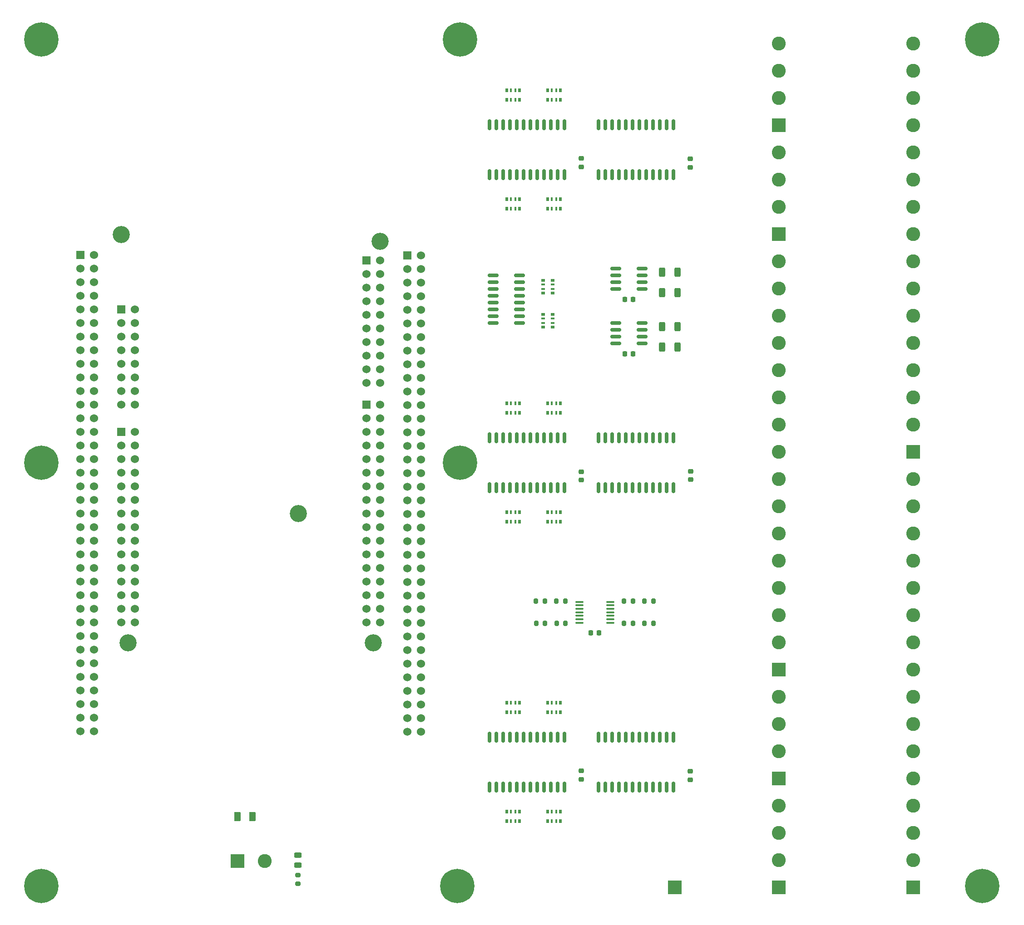
<source format=gbr>
%TF.GenerationSoftware,KiCad,Pcbnew,(5.99.0-10483-ga6ad7a4a70)*%
%TF.CreationDate,2021-07-29T00:24:03+03:00*%
%TF.ProjectId,digital_inputs,64696769-7461-46c5-9f69-6e707574732e,rev?*%
%TF.SameCoordinates,Original*%
%TF.FileFunction,Soldermask,Top*%
%TF.FilePolarity,Negative*%
%FSLAX46Y46*%
G04 Gerber Fmt 4.6, Leading zero omitted, Abs format (unit mm)*
G04 Created by KiCad (PCBNEW (5.99.0-10483-ga6ad7a4a70)) date 2021-07-29 00:24:03*
%MOMM*%
%LPD*%
G01*
G04 APERTURE LIST*
G04 Aperture macros list*
%AMRoundRect*
0 Rectangle with rounded corners*
0 $1 Rounding radius*
0 $2 $3 $4 $5 $6 $7 $8 $9 X,Y pos of 4 corners*
0 Add a 4 corners polygon primitive as box body*
4,1,4,$2,$3,$4,$5,$6,$7,$8,$9,$2,$3,0*
0 Add four circle primitives for the rounded corners*
1,1,$1+$1,$2,$3*
1,1,$1+$1,$4,$5*
1,1,$1+$1,$6,$7*
1,1,$1+$1,$8,$9*
0 Add four rect primitives between the rounded corners*
20,1,$1+$1,$2,$3,$4,$5,0*
20,1,$1+$1,$4,$5,$6,$7,0*
20,1,$1+$1,$6,$7,$8,$9,0*
20,1,$1+$1,$8,$9,$2,$3,0*%
G04 Aperture macros list end*
%ADD10R,2.550000X2.550000*%
%ADD11C,0.800000*%
%ADD12C,6.400000*%
%ADD13R,2.600000X2.600000*%
%ADD14C,2.600000*%
%ADD15RoundRect,0.243750X0.456250X-0.243750X0.456250X0.243750X-0.456250X0.243750X-0.456250X-0.243750X0*%
%ADD16RoundRect,0.250000X0.312500X0.625000X-0.312500X0.625000X-0.312500X-0.625000X0.312500X-0.625000X0*%
%ADD17R,0.500000X0.800000*%
%ADD18R,0.400000X0.800000*%
%ADD19RoundRect,0.200000X-0.200000X-0.275000X0.200000X-0.275000X0.200000X0.275000X-0.200000X0.275000X0*%
%ADD20RoundRect,0.225000X0.225000X0.250000X-0.225000X0.250000X-0.225000X-0.250000X0.225000X-0.250000X0*%
%ADD21RoundRect,0.100000X-0.637500X-0.100000X0.637500X-0.100000X0.637500X0.100000X-0.637500X0.100000X0*%
%ADD22RoundRect,0.250000X0.375000X0.625000X-0.375000X0.625000X-0.375000X-0.625000X0.375000X-0.625000X0*%
%ADD23RoundRect,0.200000X0.200000X0.275000X-0.200000X0.275000X-0.200000X-0.275000X0.200000X-0.275000X0*%
%ADD24RoundRect,0.225000X-0.250000X0.225000X-0.250000X-0.225000X0.250000X-0.225000X0.250000X0.225000X0*%
%ADD25RoundRect,0.150000X-0.150000X0.875000X-0.150000X-0.875000X0.150000X-0.875000X0.150000X0.875000X0*%
%ADD26RoundRect,0.200000X0.275000X-0.200000X0.275000X0.200000X-0.275000X0.200000X-0.275000X-0.200000X0*%
%ADD27R,0.800000X0.500000*%
%ADD28R,0.800000X0.400000*%
%ADD29R,1.530000X1.530000*%
%ADD30C,1.530000*%
%ADD31C,3.200000*%
%ADD32RoundRect,0.150000X-0.825000X-0.150000X0.825000X-0.150000X0.825000X0.150000X-0.825000X0.150000X0*%
G04 APERTURE END LIST*
D10*
%TO.C,J4*%
X248580000Y-208780000D03*
%TD*%
D11*
%TO.C,J12*%
X208000000Y-206100000D03*
X206302944Y-206802944D03*
X205600000Y-208500000D03*
X206302944Y-210197056D03*
D12*
X208000000Y-208500000D03*
D11*
X209697056Y-210197056D03*
X209697056Y-206802944D03*
X210400000Y-208500000D03*
X208000000Y-210900000D03*
%TD*%
D13*
%TO.C,J6*%
X267925000Y-188459999D03*
D14*
X267925000Y-183379999D03*
X267925000Y-178299999D03*
X267925000Y-173219999D03*
%TD*%
D15*
%TO.C,D1*%
X178300000Y-204637500D03*
X178300000Y-202762500D03*
%TD*%
D13*
%TO.C,J5*%
X167005000Y-203835000D03*
D14*
X172085000Y-203835000D03*
%TD*%
D16*
%TO.C,R1*%
X249112500Y-93940000D03*
X246187500Y-93940000D03*
%TD*%
D17*
%TO.C,RN12*%
X217240000Y-196440000D03*
D18*
X218040000Y-196440000D03*
X218840000Y-196440000D03*
D17*
X219640000Y-196440000D03*
X219640000Y-194640000D03*
D18*
X218840000Y-194640000D03*
X218040000Y-194640000D03*
D17*
X217240000Y-194640000D03*
%TD*%
D19*
%TO.C,R7*%
X222740000Y-159500000D03*
X224390000Y-159500000D03*
%TD*%
D20*
%TO.C,C8*%
X240805000Y-99020000D03*
X239255000Y-99020000D03*
%TD*%
D17*
%TO.C,RN9*%
X219640000Y-174320000D03*
D18*
X218840000Y-174320000D03*
X218040000Y-174320000D03*
D17*
X217240000Y-174320000D03*
X217240000Y-176120000D03*
D18*
X218040000Y-176120000D03*
X218840000Y-176120000D03*
D17*
X219640000Y-176120000D03*
%TD*%
D16*
%TO.C,R12*%
X249112500Y-107910000D03*
X246187500Y-107910000D03*
%TD*%
D21*
%TO.C,U1*%
X230817500Y-155490000D03*
X230817500Y-156140000D03*
X230817500Y-156790000D03*
X230817500Y-157440000D03*
X230817500Y-158090000D03*
X230817500Y-158740000D03*
X230817500Y-159390000D03*
X236542500Y-159390000D03*
X236542500Y-158740000D03*
X236542500Y-158090000D03*
X236542500Y-157440000D03*
X236542500Y-156790000D03*
X236542500Y-156140000D03*
X236542500Y-155490000D03*
%TD*%
D22*
%TO.C,F1*%
X169800000Y-195580000D03*
X167000000Y-195580000D03*
%TD*%
D23*
%TO.C,R11*%
X244560000Y-155400000D03*
X242910000Y-155400000D03*
%TD*%
D11*
%TO.C,J10*%
X206100000Y-129500000D03*
X210900000Y-129500000D03*
X210197056Y-131197056D03*
X208500000Y-131900000D03*
X206802944Y-131197056D03*
D12*
X208500000Y-129500000D03*
D11*
X206802944Y-127802944D03*
X210197056Y-127802944D03*
X208500000Y-127100000D03*
%TD*%
D13*
%TO.C,J7*%
X267925000Y-86860000D03*
D14*
X267925000Y-81780000D03*
X267925000Y-76700000D03*
X267925000Y-71620000D03*
%TD*%
D20*
%TO.C,C9*%
X240805000Y-109180000D03*
X239255000Y-109180000D03*
%TD*%
D13*
%TO.C,J8*%
X267925000Y-66540000D03*
D14*
X267925000Y-61460000D03*
X267925000Y-56380000D03*
X267925000Y-51300000D03*
%TD*%
D24*
%TO.C,C2*%
X251460000Y-72845000D03*
X251460000Y-74395000D03*
%TD*%
D13*
%TO.C,J3*%
X293020000Y-208780000D03*
D14*
X293020000Y-203700000D03*
X293020000Y-198620000D03*
X293020000Y-193540000D03*
X293020000Y-188460000D03*
X293020000Y-183380000D03*
X293020000Y-178300000D03*
X293020000Y-173220000D03*
X293020000Y-168140000D03*
X293020000Y-163060000D03*
X293020000Y-157980000D03*
X293020000Y-152900000D03*
X293020000Y-147820000D03*
X293020000Y-142740000D03*
X293020000Y-137660000D03*
X293020000Y-132580000D03*
%TD*%
D19*
%TO.C,R5*%
X222695000Y-155400000D03*
X224345000Y-155400000D03*
%TD*%
D11*
%TO.C,J16*%
X305914214Y-206100000D03*
D12*
X305914214Y-208500000D03*
D11*
X308314214Y-208500000D03*
X304217158Y-210197056D03*
X307611270Y-206802944D03*
X305914214Y-210900000D03*
X303514214Y-208500000D03*
X304217158Y-206802944D03*
X307611270Y-210197056D03*
%TD*%
D25*
%TO.C,U2*%
X248285000Y-66430000D03*
X247015000Y-66430000D03*
X245745000Y-66430000D03*
X244475000Y-66430000D03*
X243205000Y-66430000D03*
X241935000Y-66430000D03*
X240665000Y-66430000D03*
X239395000Y-66430000D03*
X238125000Y-66430000D03*
X236855000Y-66430000D03*
X235585000Y-66430000D03*
X234315000Y-66430000D03*
X234315000Y-75730000D03*
X235585000Y-75730000D03*
X236855000Y-75730000D03*
X238125000Y-75730000D03*
X239395000Y-75730000D03*
X240665000Y-75730000D03*
X241935000Y-75730000D03*
X243205000Y-75730000D03*
X244475000Y-75730000D03*
X245745000Y-75730000D03*
X247015000Y-75730000D03*
X248285000Y-75730000D03*
%TD*%
D17*
%TO.C,RN3*%
X227260000Y-80340000D03*
D18*
X226460000Y-80340000D03*
X225660000Y-80340000D03*
D17*
X224860000Y-80340000D03*
X224860000Y-82140000D03*
D18*
X225660000Y-82140000D03*
X226460000Y-82140000D03*
D17*
X227260000Y-82140000D03*
%TD*%
D25*
%TO.C,U4*%
X248285000Y-180730000D03*
X247015000Y-180730000D03*
X245745000Y-180730000D03*
X244475000Y-180730000D03*
X243205000Y-180730000D03*
X241935000Y-180730000D03*
X240665000Y-180730000D03*
X239395000Y-180730000D03*
X238125000Y-180730000D03*
X236855000Y-180730000D03*
X235585000Y-180730000D03*
X234315000Y-180730000D03*
X234315000Y-190030000D03*
X235585000Y-190030000D03*
X236855000Y-190030000D03*
X238125000Y-190030000D03*
X239395000Y-190030000D03*
X240665000Y-190030000D03*
X241935000Y-190030000D03*
X243205000Y-190030000D03*
X244475000Y-190030000D03*
X245745000Y-190030000D03*
X247015000Y-190030000D03*
X248285000Y-190030000D03*
%TD*%
D17*
%TO.C,RN10*%
X227260000Y-174320000D03*
D18*
X226460000Y-174320000D03*
X225660000Y-174320000D03*
D17*
X224860000Y-174320000D03*
X224860000Y-176120000D03*
D18*
X225660000Y-176120000D03*
X226460000Y-176120000D03*
D17*
X227260000Y-176120000D03*
%TD*%
D24*
%TO.C,C7*%
X231140000Y-187050000D03*
X231140000Y-188600000D03*
%TD*%
D11*
%TO.C,J11*%
X304217158Y-52197056D03*
X305914214Y-48100000D03*
X308314214Y-50500000D03*
D12*
X305914214Y-50500000D03*
D11*
X304217158Y-48802944D03*
X305914214Y-52900000D03*
X307611270Y-48802944D03*
X307611270Y-52197056D03*
X303514214Y-50500000D03*
%TD*%
D26*
%TO.C,R13*%
X178300000Y-208125000D03*
X178300000Y-206475000D03*
%TD*%
D27*
%TO.C,RN13*%
X225810000Y-97890000D03*
D28*
X225810000Y-97090000D03*
X225810000Y-96290000D03*
D27*
X225810000Y-95490000D03*
X224010000Y-95490000D03*
D28*
X224010000Y-96290000D03*
X224010000Y-97090000D03*
D27*
X224010000Y-97890000D03*
%TD*%
D29*
%TO.C,U11*%
X191090000Y-91816000D03*
D30*
X193630000Y-91816000D03*
X191090000Y-94356000D03*
X193630000Y-94356000D03*
X191090000Y-96896000D03*
X193630000Y-96896000D03*
X191090000Y-99436000D03*
X193630000Y-99436000D03*
X191090000Y-101976000D03*
X193630000Y-101976000D03*
X191090000Y-104516000D03*
X193630000Y-104516000D03*
X191090000Y-107056000D03*
X193630000Y-107056000D03*
X191090000Y-109596000D03*
X193630000Y-109596000D03*
X191090000Y-112136000D03*
X193630000Y-112136000D03*
X191090000Y-114676000D03*
X193630000Y-114676000D03*
D29*
X145370000Y-100960000D03*
D30*
X147910000Y-100960000D03*
X145370000Y-103500000D03*
X147910000Y-103500000D03*
X145370000Y-106040000D03*
X147910000Y-106040000D03*
X145370000Y-108580000D03*
X147910000Y-108580000D03*
X145370000Y-111120000D03*
X147910000Y-111120000D03*
X145370000Y-113660000D03*
X147910000Y-113660000D03*
X145370000Y-116200000D03*
X147910000Y-116200000D03*
X145370000Y-118740000D03*
X147910000Y-118740000D03*
D29*
X145370000Y-123820000D03*
D30*
X147910000Y-123820000D03*
X145370000Y-126360000D03*
X147910000Y-126360000D03*
X145370000Y-128900000D03*
X147910000Y-128900000D03*
X145370000Y-131440000D03*
X147910000Y-131440000D03*
X145370000Y-133980000D03*
X147910000Y-133980000D03*
X145370000Y-136520000D03*
X147910000Y-136520000D03*
X145370000Y-139060000D03*
X147910000Y-139060000D03*
X145370000Y-141600000D03*
X147910000Y-141600000D03*
X145370000Y-144140000D03*
X147910000Y-144140000D03*
X145370000Y-146680000D03*
X147910000Y-146680000D03*
X145370000Y-149220000D03*
X147910000Y-149220000D03*
X145370000Y-151760000D03*
X147910000Y-151760000D03*
X145370000Y-154300000D03*
X147910000Y-154300000D03*
X145370000Y-156840000D03*
X147910000Y-156840000D03*
X145370000Y-159380000D03*
X147910000Y-159380000D03*
D29*
X191090000Y-118740000D03*
D30*
X193630000Y-118740000D03*
X191090000Y-121280000D03*
X193630000Y-121280000D03*
X191090000Y-123820000D03*
X193630000Y-123820000D03*
X191090000Y-126360000D03*
X193630000Y-126360000D03*
X191090000Y-128900000D03*
X193630000Y-128900000D03*
X191090000Y-131440000D03*
X193630000Y-131440000D03*
X191090000Y-133980000D03*
X193630000Y-133980000D03*
X191090000Y-136520000D03*
X193630000Y-136520000D03*
X191090000Y-139060000D03*
X193630000Y-139060000D03*
X191090000Y-141600000D03*
X193630000Y-141600000D03*
X191090000Y-144140000D03*
X193630000Y-144140000D03*
X191090000Y-146680000D03*
X193630000Y-146680000D03*
X191090000Y-149220000D03*
X193630000Y-149220000D03*
X191090000Y-151760000D03*
X193630000Y-151760000D03*
X191090000Y-154300000D03*
X193630000Y-154300000D03*
X191090000Y-156840000D03*
X193630000Y-156840000D03*
X191090000Y-159380000D03*
X193630000Y-159380000D03*
D29*
X137750000Y-90800000D03*
D30*
X140290000Y-90800000D03*
X137750000Y-93340000D03*
X140290000Y-93340000D03*
X137750000Y-95880000D03*
X140290000Y-95880000D03*
X137750000Y-98420000D03*
X140290000Y-98420000D03*
X137750000Y-100960000D03*
X140290000Y-100960000D03*
X137750000Y-103500000D03*
X140290000Y-103500000D03*
X137750000Y-106040000D03*
X140290000Y-106040000D03*
X137750000Y-108580000D03*
X140290000Y-108580000D03*
X137750000Y-111120000D03*
X140290000Y-111120000D03*
X137750000Y-113660000D03*
X140290000Y-113660000D03*
X137750000Y-116200000D03*
X140290000Y-116200000D03*
X137750000Y-118740000D03*
X140290000Y-118740000D03*
X137750000Y-121280000D03*
X140290000Y-121280000D03*
X137750000Y-123820000D03*
X140290000Y-123820000D03*
X137750000Y-126360000D03*
X140290000Y-126360000D03*
X137750000Y-128900000D03*
X140290000Y-128900000D03*
X137750000Y-131440000D03*
X140290000Y-131440000D03*
X137750000Y-133980000D03*
X140290000Y-133980000D03*
X137750000Y-136520000D03*
X140290000Y-136520000D03*
X137750000Y-139060000D03*
X140290000Y-139060000D03*
X137750000Y-141600000D03*
X140290000Y-141600000D03*
X137750000Y-144140000D03*
X140290000Y-144140000D03*
X137750000Y-146680000D03*
X140290000Y-146680000D03*
X137750000Y-149220000D03*
X140290000Y-149220000D03*
X137750000Y-151760000D03*
X140290000Y-151760000D03*
X137750000Y-154300000D03*
X140290000Y-154300000D03*
X137750000Y-156840000D03*
X140290000Y-156840000D03*
X137750000Y-159380000D03*
X140290000Y-159380000D03*
X137750000Y-161920000D03*
X140290000Y-161920000D03*
X137750000Y-164460000D03*
X140290000Y-164460000D03*
X137750000Y-167000000D03*
X140290000Y-167000000D03*
X137750000Y-169540000D03*
X140290000Y-169540000D03*
X137750000Y-172080000D03*
X140290000Y-172080000D03*
X137750000Y-174620000D03*
X140290000Y-174620000D03*
X137750000Y-177160000D03*
X140290000Y-177160000D03*
X137750000Y-179700000D03*
X140290000Y-179700000D03*
D29*
X198710000Y-90820000D03*
D30*
X201250000Y-90820000D03*
X198710000Y-93360000D03*
X201250000Y-93360000D03*
X198710000Y-95900000D03*
X201250000Y-95900000D03*
X198710000Y-98440000D03*
X201250000Y-98440000D03*
X198710000Y-100980000D03*
X201250000Y-100980000D03*
X198710000Y-103520000D03*
X201250000Y-103520000D03*
X198710000Y-106060000D03*
X201250000Y-106060000D03*
X198710000Y-108600000D03*
X201250000Y-108600000D03*
X198710000Y-111140000D03*
X201250000Y-111140000D03*
X198710000Y-113680000D03*
X201250000Y-113680000D03*
X198710000Y-116220000D03*
X201250000Y-116220000D03*
X198710000Y-118760000D03*
X201250000Y-118760000D03*
X198710000Y-121300000D03*
X201250000Y-121300000D03*
X198710000Y-123840000D03*
X201250000Y-123840000D03*
X198710000Y-126380000D03*
X201250000Y-126380000D03*
X198710000Y-128920000D03*
X201250000Y-128920000D03*
X198710000Y-131460000D03*
X201250000Y-131460000D03*
X198710000Y-134000000D03*
X201250000Y-134000000D03*
X198710000Y-136540000D03*
X201250000Y-136540000D03*
X198710000Y-139080000D03*
X201250000Y-139080000D03*
X198710000Y-141620000D03*
X201250000Y-141620000D03*
X198710000Y-144160000D03*
X201250000Y-144160000D03*
X198710000Y-146700000D03*
X201250000Y-146700000D03*
X198710000Y-149240000D03*
X201250000Y-149240000D03*
X198710000Y-151780000D03*
X201250000Y-151780000D03*
X198710000Y-154320000D03*
X201250000Y-154320000D03*
X198710000Y-156860000D03*
X201250000Y-156860000D03*
X198710000Y-159400000D03*
X201250000Y-159400000D03*
X198710000Y-161940000D03*
X201250000Y-161940000D03*
X198710000Y-164480000D03*
X201250000Y-164480000D03*
X198710000Y-167020000D03*
X201250000Y-167020000D03*
X198710000Y-169560000D03*
X201250000Y-169560000D03*
X198710000Y-172100000D03*
X201250000Y-172100000D03*
X198710000Y-174640000D03*
X201250000Y-174640000D03*
X198710000Y-177180000D03*
X201250000Y-177180000D03*
X198710000Y-179720000D03*
X201250000Y-179720000D03*
D31*
X192360000Y-163190000D03*
X178390000Y-139060000D03*
X145370000Y-86990000D03*
X146640000Y-163190000D03*
X193630000Y-88260000D03*
%TD*%
D24*
%TO.C,C6*%
X231140000Y-131225000D03*
X231140000Y-132775000D03*
%TD*%
D20*
%TO.C,C1*%
X234455000Y-161250000D03*
X232905000Y-161250000D03*
%TD*%
D16*
%TO.C,R3*%
X249112500Y-104100000D03*
X246187500Y-104100000D03*
%TD*%
D13*
%TO.C,J1*%
X293020000Y-127500000D03*
D14*
X293020000Y-122420000D03*
X293020000Y-117340000D03*
X293020000Y-112260000D03*
X293020000Y-107180000D03*
X293020000Y-102100000D03*
X293020000Y-97020000D03*
X293020000Y-91940000D03*
X293020000Y-86860000D03*
X293020000Y-81780000D03*
X293020000Y-76700000D03*
X293020000Y-71620000D03*
X293020000Y-66540000D03*
X293020000Y-61460000D03*
X293020000Y-56380000D03*
X293020000Y-51300000D03*
%TD*%
D25*
%TO.C,U5*%
X227965000Y-66430000D03*
X226695000Y-66430000D03*
X225425000Y-66430000D03*
X224155000Y-66430000D03*
X222885000Y-66430000D03*
X221615000Y-66430000D03*
X220345000Y-66430000D03*
X219075000Y-66430000D03*
X217805000Y-66430000D03*
X216535000Y-66430000D03*
X215265000Y-66430000D03*
X213995000Y-66430000D03*
X213995000Y-75730000D03*
X215265000Y-75730000D03*
X216535000Y-75730000D03*
X217805000Y-75730000D03*
X219075000Y-75730000D03*
X220345000Y-75730000D03*
X221615000Y-75730000D03*
X222885000Y-75730000D03*
X224155000Y-75730000D03*
X225425000Y-75730000D03*
X226695000Y-75730000D03*
X227965000Y-75730000D03*
%TD*%
D16*
%TO.C,R2*%
X249112500Y-97750000D03*
X246187500Y-97750000D03*
%TD*%
D17*
%TO.C,RN6*%
X227260000Y-118440000D03*
D18*
X226460000Y-118440000D03*
X225660000Y-118440000D03*
D17*
X224860000Y-118440000D03*
X224860000Y-120240000D03*
D18*
X225660000Y-120240000D03*
X226460000Y-120240000D03*
D17*
X227260000Y-120240000D03*
%TD*%
%TO.C,RN11*%
X224860000Y-196440000D03*
D18*
X225660000Y-196440000D03*
X226460000Y-196440000D03*
D17*
X227260000Y-196440000D03*
X227260000Y-194640000D03*
D18*
X226460000Y-194640000D03*
X225660000Y-194640000D03*
D17*
X224860000Y-194640000D03*
%TD*%
D32*
%TO.C,U10*%
X214695000Y-94575000D03*
X214695000Y-95845000D03*
X214695000Y-97115000D03*
X214695000Y-98385000D03*
X214695000Y-99655000D03*
X214695000Y-100925000D03*
X214695000Y-102195000D03*
X214695000Y-103465000D03*
X219645000Y-103465000D03*
X219645000Y-102195000D03*
X219645000Y-100925000D03*
X219645000Y-99655000D03*
X219645000Y-98385000D03*
X219645000Y-97115000D03*
X219645000Y-95845000D03*
X219645000Y-94575000D03*
%TD*%
D13*
%TO.C,J2*%
X267925000Y-168140000D03*
D14*
X267925000Y-163060000D03*
X267925000Y-157980000D03*
X267925000Y-152900000D03*
X267925000Y-147820000D03*
X267925000Y-142740000D03*
X267925000Y-137660000D03*
X267925000Y-132580000D03*
X267925000Y-127500000D03*
X267925000Y-122420000D03*
X267925000Y-117340000D03*
X267925000Y-112260000D03*
X267925000Y-107180000D03*
X267925000Y-102100000D03*
X267925000Y-97020000D03*
X267925000Y-91940000D03*
%TD*%
D11*
%TO.C,J13*%
X128802944Y-48802944D03*
X128802944Y-52197056D03*
X132197056Y-52197056D03*
X130500000Y-48100000D03*
X128100000Y-50500000D03*
X130500000Y-52900000D03*
X132900000Y-50500000D03*
D12*
X130500000Y-50500000D03*
D11*
X132197056Y-48802944D03*
%TD*%
D23*
%TO.C,R8*%
X240750000Y-159500000D03*
X239100000Y-159500000D03*
%TD*%
D19*
%TO.C,R6*%
X226550000Y-159500000D03*
X228200000Y-159500000D03*
%TD*%
D32*
%TO.C,U8*%
X237555000Y-93305000D03*
X237555000Y-94575000D03*
X237555000Y-95845000D03*
X237555000Y-97115000D03*
X242505000Y-97115000D03*
X242505000Y-95845000D03*
X242505000Y-94575000D03*
X242505000Y-93305000D03*
%TD*%
D11*
%TO.C,J14*%
X208500000Y-52900000D03*
X208500000Y-48100000D03*
X206100000Y-50500000D03*
X210197056Y-52197056D03*
X210197056Y-48802944D03*
X206802944Y-48802944D03*
X210900000Y-50500000D03*
D12*
X208500000Y-50500000D03*
D11*
X206802944Y-52197056D03*
%TD*%
D17*
%TO.C,RN2*%
X224860000Y-61820000D03*
D18*
X225660000Y-61820000D03*
X226460000Y-61820000D03*
D17*
X227260000Y-61820000D03*
X227260000Y-60020000D03*
D18*
X226460000Y-60020000D03*
X225660000Y-60020000D03*
D17*
X224860000Y-60020000D03*
%TD*%
D19*
%TO.C,R4*%
X226505000Y-155400000D03*
X228155000Y-155400000D03*
%TD*%
D17*
%TO.C,RN8*%
X217240000Y-140560000D03*
D18*
X218040000Y-140560000D03*
X218840000Y-140560000D03*
D17*
X219640000Y-140560000D03*
X219640000Y-138760000D03*
D18*
X218840000Y-138760000D03*
X218040000Y-138760000D03*
D17*
X217240000Y-138760000D03*
%TD*%
D23*
%TO.C,R10*%
X240750000Y-155400000D03*
X239100000Y-155400000D03*
%TD*%
D25*
%TO.C,U6*%
X227965000Y-124850000D03*
X226695000Y-124850000D03*
X225425000Y-124850000D03*
X224155000Y-124850000D03*
X222885000Y-124850000D03*
X221615000Y-124850000D03*
X220345000Y-124850000D03*
X219075000Y-124850000D03*
X217805000Y-124850000D03*
X216535000Y-124850000D03*
X215265000Y-124850000D03*
X213995000Y-124850000D03*
X213995000Y-134150000D03*
X215265000Y-134150000D03*
X216535000Y-134150000D03*
X217805000Y-134150000D03*
X219075000Y-134150000D03*
X220345000Y-134150000D03*
X221615000Y-134150000D03*
X222885000Y-134150000D03*
X224155000Y-134150000D03*
X225425000Y-134150000D03*
X226695000Y-134150000D03*
X227965000Y-134150000D03*
%TD*%
D17*
%TO.C,RN7*%
X224860000Y-140560000D03*
D18*
X225660000Y-140560000D03*
X226460000Y-140560000D03*
D17*
X227260000Y-140560000D03*
X227260000Y-138760000D03*
D18*
X226460000Y-138760000D03*
X225660000Y-138760000D03*
D17*
X224860000Y-138760000D03*
%TD*%
D25*
%TO.C,U3*%
X248285000Y-124850000D03*
X247015000Y-124850000D03*
X245745000Y-124850000D03*
X244475000Y-124850000D03*
X243205000Y-124850000D03*
X241935000Y-124850000D03*
X240665000Y-124850000D03*
X239395000Y-124850000D03*
X238125000Y-124850000D03*
X236855000Y-124850000D03*
X235585000Y-124850000D03*
X234315000Y-124850000D03*
X234315000Y-134150000D03*
X235585000Y-134150000D03*
X236855000Y-134150000D03*
X238125000Y-134150000D03*
X239395000Y-134150000D03*
X240665000Y-134150000D03*
X241935000Y-134150000D03*
X243205000Y-134150000D03*
X244475000Y-134150000D03*
X245745000Y-134150000D03*
X247015000Y-134150000D03*
X248285000Y-134150000D03*
%TD*%
D17*
%TO.C,RN5*%
X219640000Y-118440000D03*
D18*
X218840000Y-118440000D03*
X218040000Y-118440000D03*
D17*
X217240000Y-118440000D03*
X217240000Y-120240000D03*
D18*
X218040000Y-120240000D03*
X218840000Y-120240000D03*
D17*
X219640000Y-120240000D03*
%TD*%
D24*
%TO.C,C4*%
X251460000Y-187145000D03*
X251460000Y-188695000D03*
%TD*%
D17*
%TO.C,RN4*%
X219640000Y-80340000D03*
D18*
X218840000Y-80340000D03*
X218040000Y-80340000D03*
D17*
X217240000Y-80340000D03*
X217240000Y-82140000D03*
D18*
X218040000Y-82140000D03*
X218840000Y-82140000D03*
D17*
X219640000Y-82140000D03*
%TD*%
D25*
%TO.C,U7*%
X227965000Y-180730000D03*
X226695000Y-180730000D03*
X225425000Y-180730000D03*
X224155000Y-180730000D03*
X222885000Y-180730000D03*
X221615000Y-180730000D03*
X220345000Y-180730000D03*
X219075000Y-180730000D03*
X217805000Y-180730000D03*
X216535000Y-180730000D03*
X215265000Y-180730000D03*
X213995000Y-180730000D03*
X213995000Y-190030000D03*
X215265000Y-190030000D03*
X216535000Y-190030000D03*
X217805000Y-190030000D03*
X219075000Y-190030000D03*
X220345000Y-190030000D03*
X221615000Y-190030000D03*
X222885000Y-190030000D03*
X224155000Y-190030000D03*
X225425000Y-190030000D03*
X226695000Y-190030000D03*
X227965000Y-190030000D03*
%TD*%
D24*
%TO.C,C5*%
X231140000Y-72750000D03*
X231140000Y-74300000D03*
%TD*%
D11*
%TO.C,J17*%
X130500000Y-206100000D03*
X130500000Y-210900000D03*
X132900000Y-208500000D03*
D12*
X130500000Y-208500000D03*
D11*
X128100000Y-208500000D03*
X128802944Y-206802944D03*
X132197056Y-206802944D03*
X132197056Y-210197056D03*
X128802944Y-210197056D03*
%TD*%
D27*
%TO.C,RN14*%
X225810000Y-104240000D03*
D28*
X225810000Y-103440000D03*
X225810000Y-102640000D03*
D27*
X225810000Y-101840000D03*
X224010000Y-101840000D03*
D28*
X224010000Y-102640000D03*
X224010000Y-103440000D03*
D27*
X224010000Y-104240000D03*
%TD*%
D32*
%TO.C,U9*%
X237555000Y-103465000D03*
X237555000Y-104735000D03*
X237555000Y-106005000D03*
X237555000Y-107275000D03*
X242505000Y-107275000D03*
X242505000Y-106005000D03*
X242505000Y-104735000D03*
X242505000Y-103465000D03*
%TD*%
D11*
%TO.C,J15*%
X128802944Y-131197056D03*
X128802944Y-127802944D03*
D12*
X130500000Y-129500000D03*
D11*
X132197056Y-127802944D03*
X128100000Y-129500000D03*
X132197056Y-131197056D03*
X130500000Y-127100000D03*
X130500000Y-131900000D03*
X132900000Y-129500000D03*
%TD*%
D23*
%TO.C,R9*%
X244560000Y-159500000D03*
X242910000Y-159500000D03*
%TD*%
D24*
%TO.C,C3*%
X251500000Y-131125000D03*
X251500000Y-132675000D03*
%TD*%
D13*
%TO.C,J9*%
X267925000Y-208780000D03*
D14*
X267925000Y-203700000D03*
X267925000Y-198620000D03*
X267925000Y-193540000D03*
%TD*%
D17*
%TO.C,RN1*%
X217240000Y-61820000D03*
D18*
X218040000Y-61820000D03*
X218840000Y-61820000D03*
D17*
X219640000Y-61820000D03*
X219640000Y-60020000D03*
D18*
X218840000Y-60020000D03*
X218040000Y-60020000D03*
D17*
X217240000Y-60020000D03*
%TD*%
M02*

</source>
